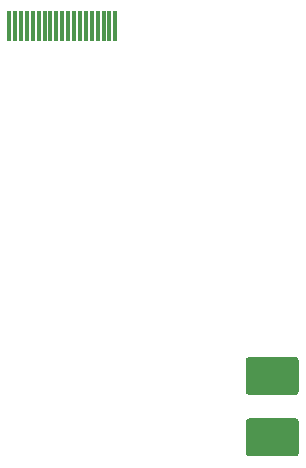
<source format=gtp>
G04 #@! TF.GenerationSoftware,KiCad,Pcbnew,(5.1.5-0-10_14)*
G04 #@! TF.CreationDate,2020-02-16T14:34:08+09:00*
G04 #@! TF.ProjectId,F68K-IO,4636384b-2d49-44f2-9e6b-696361645f70,rev?*
G04 #@! TF.SameCoordinates,Original*
G04 #@! TF.FileFunction,Paste,Top*
G04 #@! TF.FilePolarity,Positive*
%FSLAX46Y46*%
G04 Gerber Fmt 4.6, Leading zero omitted, Abs format (unit mm)*
G04 Created by KiCad (PCBNEW (5.1.5-0-10_14)) date 2020-02-16 14:34:08*
%MOMM*%
%LPD*%
G04 APERTURE LIST*
%ADD10R,0.300000X2.600000*%
%ADD11C,0.100000*%
G04 APERTURE END LIST*
D10*
X109910000Y-55370000D03*
X109410000Y-55370000D03*
X108910000Y-55370000D03*
X108410000Y-55370000D03*
X107910000Y-55370000D03*
X107410000Y-55370000D03*
X106910000Y-55370000D03*
X106410000Y-55370000D03*
X105910000Y-55370000D03*
X105410000Y-55370000D03*
X104910000Y-55370000D03*
X104410000Y-55370000D03*
X103910000Y-55370000D03*
X103410000Y-55370000D03*
X102910000Y-55370000D03*
X102410000Y-55370000D03*
X101910000Y-55370000D03*
X101410000Y-55370000D03*
X100910000Y-55370000D03*
D11*
G36*
X125189504Y-88571204D02*
G01*
X125213773Y-88574804D01*
X125237571Y-88580765D01*
X125260671Y-88589030D01*
X125282849Y-88599520D01*
X125303893Y-88612133D01*
X125323598Y-88626747D01*
X125341777Y-88643223D01*
X125358253Y-88661402D01*
X125372867Y-88681107D01*
X125385480Y-88702151D01*
X125395970Y-88724329D01*
X125404235Y-88747429D01*
X125410196Y-88771227D01*
X125413796Y-88795496D01*
X125415000Y-88820000D01*
X125415000Y-91520000D01*
X125413796Y-91544504D01*
X125410196Y-91568773D01*
X125404235Y-91592571D01*
X125395970Y-91615671D01*
X125385480Y-91637849D01*
X125372867Y-91658893D01*
X125358253Y-91678598D01*
X125341777Y-91696777D01*
X125323598Y-91713253D01*
X125303893Y-91727867D01*
X125282849Y-91740480D01*
X125260671Y-91750970D01*
X125237571Y-91759235D01*
X125213773Y-91765196D01*
X125189504Y-91768796D01*
X125165000Y-91770000D01*
X121215000Y-91770000D01*
X121190496Y-91768796D01*
X121166227Y-91765196D01*
X121142429Y-91759235D01*
X121119329Y-91750970D01*
X121097151Y-91740480D01*
X121076107Y-91727867D01*
X121056402Y-91713253D01*
X121038223Y-91696777D01*
X121021747Y-91678598D01*
X121007133Y-91658893D01*
X120994520Y-91637849D01*
X120984030Y-91615671D01*
X120975765Y-91592571D01*
X120969804Y-91568773D01*
X120966204Y-91544504D01*
X120965000Y-91520000D01*
X120965000Y-88820000D01*
X120966204Y-88795496D01*
X120969804Y-88771227D01*
X120975765Y-88747429D01*
X120984030Y-88724329D01*
X120994520Y-88702151D01*
X121007133Y-88681107D01*
X121021747Y-88661402D01*
X121038223Y-88643223D01*
X121056402Y-88626747D01*
X121076107Y-88612133D01*
X121097151Y-88599520D01*
X121119329Y-88589030D01*
X121142429Y-88580765D01*
X121166227Y-88574804D01*
X121190496Y-88571204D01*
X121215000Y-88570000D01*
X125165000Y-88570000D01*
X125189504Y-88571204D01*
G37*
G36*
X125189504Y-83371204D02*
G01*
X125213773Y-83374804D01*
X125237571Y-83380765D01*
X125260671Y-83389030D01*
X125282849Y-83399520D01*
X125303893Y-83412133D01*
X125323598Y-83426747D01*
X125341777Y-83443223D01*
X125358253Y-83461402D01*
X125372867Y-83481107D01*
X125385480Y-83502151D01*
X125395970Y-83524329D01*
X125404235Y-83547429D01*
X125410196Y-83571227D01*
X125413796Y-83595496D01*
X125415000Y-83620000D01*
X125415000Y-86320000D01*
X125413796Y-86344504D01*
X125410196Y-86368773D01*
X125404235Y-86392571D01*
X125395970Y-86415671D01*
X125385480Y-86437849D01*
X125372867Y-86458893D01*
X125358253Y-86478598D01*
X125341777Y-86496777D01*
X125323598Y-86513253D01*
X125303893Y-86527867D01*
X125282849Y-86540480D01*
X125260671Y-86550970D01*
X125237571Y-86559235D01*
X125213773Y-86565196D01*
X125189504Y-86568796D01*
X125165000Y-86570000D01*
X121215000Y-86570000D01*
X121190496Y-86568796D01*
X121166227Y-86565196D01*
X121142429Y-86559235D01*
X121119329Y-86550970D01*
X121097151Y-86540480D01*
X121076107Y-86527867D01*
X121056402Y-86513253D01*
X121038223Y-86496777D01*
X121021747Y-86478598D01*
X121007133Y-86458893D01*
X120994520Y-86437849D01*
X120984030Y-86415671D01*
X120975765Y-86392571D01*
X120969804Y-86368773D01*
X120966204Y-86344504D01*
X120965000Y-86320000D01*
X120965000Y-83620000D01*
X120966204Y-83595496D01*
X120969804Y-83571227D01*
X120975765Y-83547429D01*
X120984030Y-83524329D01*
X120994520Y-83502151D01*
X121007133Y-83481107D01*
X121021747Y-83461402D01*
X121038223Y-83443223D01*
X121056402Y-83426747D01*
X121076107Y-83412133D01*
X121097151Y-83399520D01*
X121119329Y-83389030D01*
X121142429Y-83380765D01*
X121166227Y-83374804D01*
X121190496Y-83371204D01*
X121215000Y-83370000D01*
X125165000Y-83370000D01*
X125189504Y-83371204D01*
G37*
M02*

</source>
